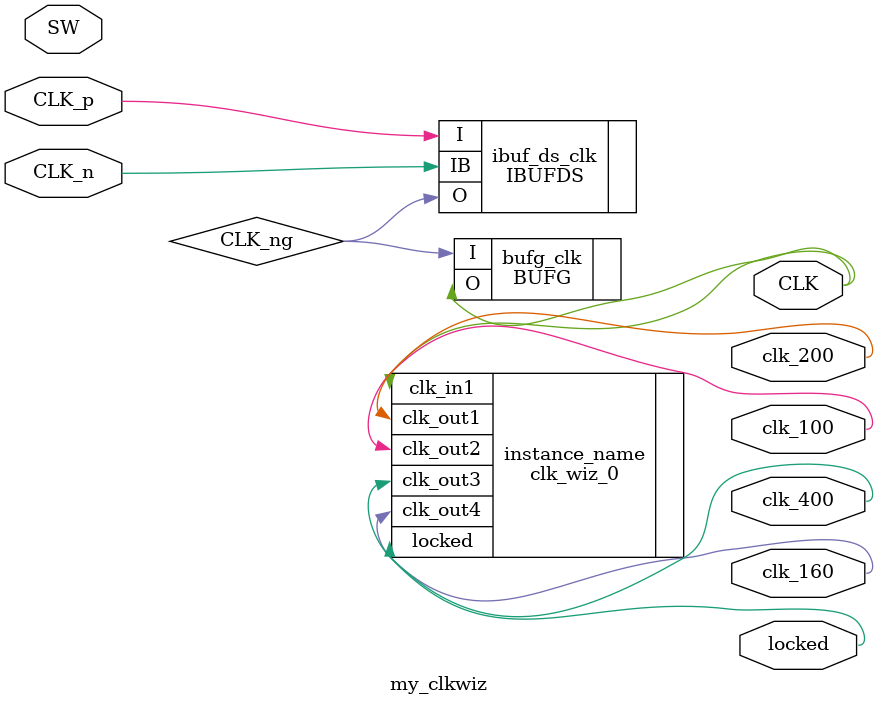
<source format=v>
`timescale 1ns / 1ps


module my_clkwiz(
    input wire CLK_p,
    input wire CLK_n,
    output wire CLK,
    output wire clk_200,
    output wire clk_100,
    output wire clk_400,
    output wire clk_160,
    input wire SW,
    output wire locked
);

IBUFDS ibuf_ds_clk(
    .O (CLK_ng),
    .I (CLK_p),
    .IB(CLK_n)
);
BUFG bufg_clk(
    .O(CLK),
    .I(CLK_ng)
);

clk_wiz_0 instance_name(
    // Clock out ports
    .clk_out1(clk_200),     // output clk_out1
    .clk_out2(clk_100),     // output clk_out2
    .clk_out3(clk_400),     // output clk_out3
    .clk_out4(clk_160),     // output clk_out4
    // Status and control signals
    .locked(locked),       // output locked
   // Clock in ports
    .clk_in1(CLK)
);  
endmodule

</source>
